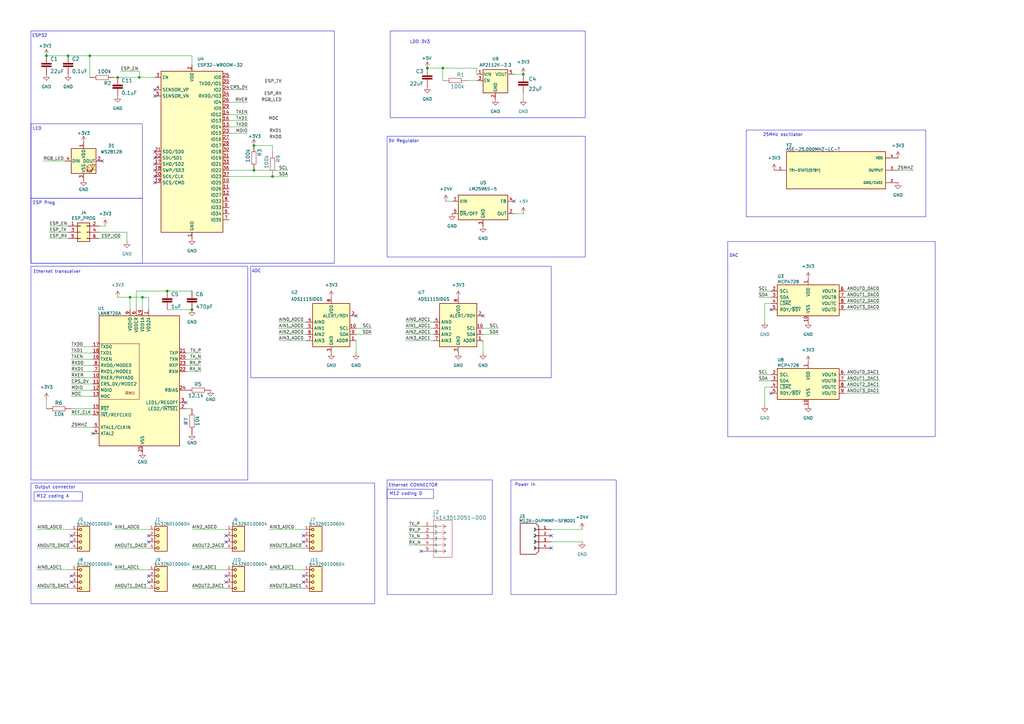
<source format=kicad_sch>
(kicad_sch (version 20231120) (generator "eeschema") (generator_version "8.0")
  (paper "A3")
  (junction (at 104.14 59.69))
  (junction (at 53.34 121.92))
  (junction (at 214.63 30.48))
  (junction (at 175.26 27.94))
  (junction (at 78.74 127))
  (junction (at 58.42 121.92))
  (junction (at 36.83 22.86))
  (junction (at 104.14 69.85))
  (junction (at 27.94 22.86))
  (junction (at 57.15 31.75))
  (junction (at 111.76 72.39))
  (junction (at 48.26 31.75))
  (junction (at 68.58 119.38))
  (junction (at 19.05 22.86))
  (junction (at 181.61 27.94))
  (no_connect (at 146.05 129.54))
  (no_connect (at 63.5 72.39))
  (no_connect (at 76.2 165.1))
  (no_connect (at 210.82 82.55))
  (no_connect (at 92.71 219.71))
  (no_connect (at 172.72 226.06))
  (no_connect (at 63.5 67.31))
  (no_connect (at 124.46 219.71))
  (no_connect (at 63.5 62.23))
  (no_connect (at 60.96 219.71))
  (no_connect (at 92.71 236.22))
  (no_connect (at 29.21 219.71))
  (no_connect (at 92.71 238.76))
  (no_connect (at 63.5 39.37))
  (no_connect (at 316.23 127))
  (no_connect (at 29.21 222.25))
  (no_connect (at 63.5 69.85))
  (no_connect (at 226.06 219.71))
  (no_connect (at 60.96 222.25))
  (no_connect (at 41.91 66.04))
  (no_connect (at 198.12 129.54))
  (no_connect (at 92.71 222.25))
  (no_connect (at 60.96 238.76))
  (no_connect (at 63.5 74.93))
  (no_connect (at 124.46 238.76))
  (no_connect (at 29.21 236.22))
  (no_connect (at 63.5 64.77))
  (no_connect (at 38.1 177.8))
  (no_connect (at 124.46 222.25))
  (no_connect (at 124.46 236.22))
  (no_connect (at 29.21 238.76))
  (no_connect (at 63.5 36.83))
  (no_connect (at 60.96 236.22))
  (no_connect (at 316.23 161.29))
  (no_connect (at 226.06 224.79))
  (wire (pts (xy 60.96 121.92) (xy 58.42 121.92)))
  (wire (pts (xy 181.61 27.94) (xy 195.58 27.94)))
  (wire (pts (xy 36.83 22.86) (xy 78.74 22.86)))
  (wire (pts (xy 104.14 69.85) (xy 118.11 69.85)))
  (wire (pts (xy 166.37 132.08) (xy 177.8 132.08)))
  (wire (pts (xy 346.71 127) (xy 360.68 127)))
  (wire (pts (xy 93.98 46.99) (xy 101.6 46.99)))
  (wire (pts (xy 346.71 124.46) (xy 360.68 124.46)))
  (wire (pts (xy 146.05 137.16) (xy 152.4 137.16)))
  (wire (pts (xy 311.15 119.38) (xy 316.23 119.38)))
  (wire (pts (xy 46.99 241.3) (xy 60.96 241.3)))
  (wire (pts (xy 346.71 161.29) (xy 360.68 161.29)))
  (wire (pts (xy 313.69 124.46) (xy 316.23 124.46)))
  (wire (pts (xy 29.21 152.4) (xy 38.1 152.4)))
  (wire (pts (xy 346.71 158.75) (xy 360.68 158.75)))
  (wire (pts (xy 15.24 233.68) (xy 29.21 233.68)))
  (wire (pts (xy 198.12 134.62) (xy 204.47 134.62)))
  (wire (pts (xy 15.24 224.79) (xy 29.21 224.79)))
  (wire (pts (xy 46.99 224.79) (xy 60.96 224.79)))
  (wire (pts (xy 167.64 220.98) (xy 172.72 220.98)))
  (wire (pts (xy 311.15 153.67) (xy 316.23 153.67)))
  (wire (pts (xy 57.15 29.21) (xy 57.15 31.75)))
  (wire (pts (xy 93.98 54.61) (xy 101.6 54.61)))
  (wire (pts (xy 114.3 134.62) (xy 125.73 134.62)))
  (wire (pts (xy 49.53 29.21) (xy 57.15 29.21)))
  (wire (pts (xy 60.96 127) (xy 60.96 121.92)))
  (wire (pts (xy 78.74 224.79) (xy 92.71 224.79)))
  (wire (pts (xy 29.21 154.94) (xy 38.1 154.94)))
  (wire (pts (xy 29.21 160.02) (xy 38.1 160.02)))
  (wire (pts (xy 167.64 215.9) (xy 172.72 215.9)))
  (wire (pts (xy 29.21 144.78) (xy 38.1 144.78)))
  (wire (pts (xy 311.15 121.92) (xy 316.23 121.92)))
  (wire (pts (xy 52.07 99.06) (xy 52.07 95.25)))
  (wire (pts (xy 198.12 137.16) (xy 204.47 137.16)))
  (wire (pts (xy 46.99 233.68) (xy 60.96 233.68)))
  (wire (pts (xy 76.2 149.86) (xy 82.55 149.86)))
  (wire (pts (xy 19.05 22.86) (xy 27.94 22.86)))
  (wire (pts (xy 29.21 170.18) (xy 38.1 170.18)))
  (wire (pts (xy 55.88 119.38) (xy 68.58 119.38)))
  (wire (pts (xy 175.26 27.94) (xy 181.61 27.94)))
  (wire (pts (xy 368.3 69.85) (xy 374.65 69.85)))
  (wire (pts (xy 167.64 223.52) (xy 172.72 223.52)))
  (wire (pts (xy 76.2 152.4) (xy 82.55 152.4)))
  (wire (pts (xy 53.34 121.92) (xy 53.34 127)))
  (wire (pts (xy 93.98 52.07) (xy 101.6 52.07)))
  (wire (pts (xy 48.26 121.92) (xy 53.34 121.92)))
  (wire (pts (xy 110.49 241.3) (xy 124.46 241.3)))
  (wire (pts (xy 210.82 30.48) (xy 214.63 30.48)))
  (wire (pts (xy 76.2 167.64) (xy 78.74 167.64)))
  (wire (pts (xy 20.32 97.79) (xy 27.94 97.79)))
  (wire (pts (xy 182.88 82.55) (xy 185.42 82.55)))
  (wire (pts (xy 78.74 233.68) (xy 92.71 233.68)))
  (wire (pts (xy 313.69 158.75) (xy 316.23 158.75)))
  (wire (pts (xy 27.94 22.86) (xy 36.83 22.86)))
  (wire (pts (xy 93.98 69.85) (xy 104.14 69.85)))
  (wire (pts (xy 93.98 36.83) (xy 101.6 36.83)))
  (wire (pts (xy 40.64 97.79) (xy 49.53 97.79)))
  (wire (pts (xy 93.98 72.39) (xy 111.76 72.39)))
  (wire (pts (xy 313.69 132.08) (xy 313.69 124.46)))
  (wire (pts (xy 111.76 72.39) (xy 118.11 72.39)))
  (wire (pts (xy 52.07 95.25) (xy 40.64 95.25)))
  (wire (pts (xy 20.32 92.71) (xy 27.94 92.71)))
  (wire (pts (xy 19.05 163.83) (xy 19.05 167.64)))
  (wire (pts (xy 93.98 41.91) (xy 101.6 41.91)))
  (wire (pts (xy 29.21 157.48) (xy 38.1 157.48)))
  (wire (pts (xy 20.32 95.25) (xy 27.94 95.25)))
  (wire (pts (xy 167.64 218.44) (xy 172.72 218.44)))
  (wire (pts (xy 114.3 137.16) (xy 125.73 137.16)))
  (wire (pts (xy 346.71 153.67) (xy 360.68 153.67)))
  (wire (pts (xy 78.74 217.17) (xy 92.71 217.17)))
  (wire (pts (xy 55.88 127) (xy 55.88 119.38)))
  (wire (pts (xy 191.77 33.02) (xy 195.58 33.02)))
  (wire (pts (xy 110.49 233.68) (xy 124.46 233.68)))
  (wire (pts (xy 114.3 132.08) (xy 125.73 132.08)))
  (wire (pts (xy 311.15 156.21) (xy 316.23 156.21)))
  (wire (pts (xy 166.37 139.7) (xy 177.8 139.7)))
  (wire (pts (xy 78.74 22.86) (xy 78.74 26.67)))
  (wire (pts (xy 29.21 147.32) (xy 38.1 147.32)))
  (wire (pts (xy 29.21 167.64) (xy 38.1 167.64)))
  (wire (pts (xy 346.71 156.21) (xy 360.68 156.21)))
  (wire (pts (xy 68.58 127) (xy 78.74 127)))
  (wire (pts (xy 181.61 27.94) (xy 181.61 33.02)))
  (wire (pts (xy 76.2 147.32) (xy 82.55 147.32)))
  (wire (pts (xy 166.37 134.62) (xy 177.8 134.62)))
  (wire (pts (xy 29.21 175.26) (xy 38.1 175.26)))
  (wire (pts (xy 58.42 127) (xy 58.42 121.92)))
  (wire (pts (xy 17.78 66.04) (xy 26.67 66.04)))
  (wire (pts (xy 36.83 22.86) (xy 36.83 31.75)))
  (wire (pts (xy 15.24 241.3) (xy 29.21 241.3)))
  (wire (pts (xy 46.99 31.75) (xy 48.26 31.75)))
  (wire (pts (xy 68.58 119.38) (xy 78.74 119.38)))
  (wire (pts (xy 57.15 31.75) (xy 63.5 31.75)))
  (wire (pts (xy 346.71 121.92) (xy 360.68 121.92)))
  (wire (pts (xy 15.24 217.17) (xy 29.21 217.17)))
  (wire (pts (xy 346.71 119.38) (xy 360.68 119.38)))
  (wire (pts (xy 104.14 59.69) (xy 111.76 59.69)))
  (wire (pts (xy 166.37 137.16) (xy 177.8 137.16)))
  (wire (pts (xy 226.06 217.17) (xy 238.76 217.17)))
  (wire (pts (xy 195.58 27.94) (xy 195.58 30.48)))
  (wire (pts (xy 114.3 139.7) (xy 125.73 139.7)))
  (wire (pts (xy 40.64 92.71) (xy 43.18 92.71)))
  (wire (pts (xy 29.21 149.86) (xy 38.1 149.86)))
  (wire (pts (xy 58.42 121.92) (xy 53.34 121.92)))
  (wire (pts (xy 48.26 31.75) (xy 57.15 31.75)))
  (wire (pts (xy 93.98 49.53) (xy 101.6 49.53)))
  (wire (pts (xy 111.76 59.69) (xy 111.76 62.23)))
  (wire (pts (xy 214.63 38.1) (xy 214.63 40.64)))
  (wire (pts (xy 226.06 222.25) (xy 238.76 222.25)))
  (wire (pts (xy 210.82 87.63) (xy 214.63 87.63)))
  (wire (pts (xy 46.99 217.17) (xy 60.96 217.17)))
  (wire (pts (xy 29.21 162.56) (xy 38.1 162.56)))
  (wire (pts (xy 313.69 166.37) (xy 313.69 158.75)))
  (wire (pts (xy 110.49 224.79) (xy 124.46 224.79)))
  (wire (pts (xy 146.05 139.7) (xy 146.05 144.78)))
  (wire (pts (xy 78.74 241.3) (xy 92.71 241.3)))
  (wire (pts (xy 110.49 217.17) (xy 124.46 217.17)))
  (wire (pts (xy 146.05 134.62) (xy 152.4 134.62)))
  (wire (pts (xy 76.2 144.78) (xy 82.55 144.78)))
  (wire (pts (xy 29.21 142.24) (xy 38.1 142.24)))
  (wire (pts (xy 198.12 139.7) (xy 198.12 144.78)))
  (rectangle (start 102.87 109.22) (end 226.06 154.94))
  (rectangle (start 12.7 50.8) (end 58.42 81.28))
  (rectangle (start 298.45 99.06) (end 383.54 179.07))
  (rectangle (start 209.55 196.85) (end 252.73 243.84))
  (rectangle (start 306.07 53.34) (end 379.73 88.9))
  (rectangle (start 160.02 12.7) (end 240.03 48.26))
  (rectangle (start 158.75 55.88) (end 240.03 105.41))
  (rectangle (start 12.7 81.28) (end 58.42 107.95))
  (rectangle (start 12.7 198.12) (end 153.67 247.65))
  (rectangle (start 12.7 109.22) (end 101.6 196.85))
  (rectangle (start 12.7 12.7) (end 137.16 107.95))
  (rectangle (start 158.75 196.85) (end 201.93 243.84))
  (text_box "M12 coding A" (at 13.97 201.676 0) (size 19.812 3.81) (effects (font (size 1.27 1.27)) (justify left top)))
  (text_box "M12 coding D" (at 158.75 200.66 0) (size 19.05 3.81) (effects (font (size 1.27 1.27)) (justify left top)))
  (text "5V Regulator" (at 165.608 57.912 0) (effects (font (size 1.27 1.27))))
  (text "LED\n" (at 15.24 52.832 0) (effects (font (size 1.27 1.27))))
  (text "Power in" (at 215.392 198.882 0) (effects (font (size 1.27 1.27))))
  (text "LDO 3V3" (at 172.212 17.272 0) (effects (font (size 1.27 1.27))))
  (text "Output connector" (at 22.606 199.898 0) (effects (font (size 1.27 1.27))))
  (text "Ethernet transceiver" (at 23.368 111.506 0) (effects (font (size 1.27 1.27))))
  (text "25MHz oscillator" (at 321.056 55.372 0) (effects (font (size 1.27 1.27))))
  (text "DAC" (at 300.99 104.902 0) (effects (font (size 1.27 1.27))))
  (text "Ethernet CONNECTOR" (at 169.418 199.136 0) (effects (font (size 1.27 1.27))))
  (text "ESP Prog" (at 18.034 83.312 0) (effects (font (size 1.27 1.27))))
  (text "ESP32" (at 16.256 14.732 0) (effects (font (size 1.27 1.27))))
  (text "ADC" (at 105.156 111.252 0) (effects (font (size 1.27 1.27))))
  (label "MDIO" (at 101.6 54.61 180))
  (label "TXD1" (at 101.6 49.53 180))
  (label "ANOUT2_DAC1" (at 360.68 158.75 180))
  (label "ANOUT3_DAC1" (at 110.49 241.3 0))
  (label "AIN1_ADC1" (at 46.99 233.68 0))
  (label "RX_P" (at 82.55 149.86 180))
  (label "ANOUT2_DAC1" (at 78.74 241.3 0))
  (label "TXD1" (at 29.21 144.78 0))
  (label "TXEN" (at 101.6 46.99 180))
  (label "AIN0_ADC0" (at 15.24 217.17 0))
  (label "AIN2_ADC1" (at 78.74 233.68 0))
  (label "SCL" (at 152.4 134.62 180))
  (label "AIN1_ADC1" (at 166.37 134.62 0))
  (label "SDA" (at 311.15 156.21 0))
  (label "SDA" (at 152.4 137.16 180))
  (label "ESP_RX" (at 115.57 39.37 180))
  (label "ESP_TX" (at 20.32 95.25 0))
  (label "TX_N" (at 167.64 220.98 0))
  (label "MDIO" (at 29.21 160.02 0))
  (label "TXEN" (at 29.21 147.32 0))
  (label "ESP_TX" (at 115.57 34.29 180))
  (label "SCL" (at 204.47 134.62 180))
  (label "TX_P" (at 167.64 215.9 0))
  (label "SCL" (at 118.11 69.85 180))
  (label "TXD0" (at 101.6 52.07 180))
  (label "TXD0" (at 29.21 142.24 0))
  (label "ANOUT0_DAC0" (at 360.68 119.38 180))
  (label "SCL" (at 311.15 153.67 0))
  (label "AIN2_ADC0" (at 114.3 137.16 0))
  (label "ANOUT1_DAC1" (at 46.99 241.3 0))
  (label "AIN2_ADC1" (at 166.37 137.16 0))
  (label "AIN3_ADC0" (at 114.3 139.7 0))
  (label "ANOUT3_DAC0" (at 360.68 127 180))
  (label "MDC" (at 29.21 162.56 0))
  (label "TX_N" (at 82.55 147.32 180))
  (label "ANOUT3_DAC0" (at 110.49 224.79 0))
  (label "AIN0_ADC1" (at 166.37 132.08 0))
  (label "AIN0_ADC1" (at 15.24 233.68 0))
  (label "AIN3_ADC1" (at 166.37 139.7 0))
  (label "RX_N" (at 167.64 223.52 0))
  (label "25MHZ" (at 29.21 175.26 0))
  (label "ESP_IO0" (at 49.53 97.79 180))
  (label "RXER" (at 29.21 154.94 0))
  (label "ESP_EN" (at 20.32 92.71 0))
  (label "REF_CLK" (at 29.21 170.18 0))
  (label "ANOUT0_DAC1" (at 360.68 153.67 180))
  (label "ANOUT3_DAC1" (at 360.68 161.29 180))
  (label "ANOUT0_DAC0" (at 15.24 224.79 0))
  (label "RXER" (at 101.6 41.91 180))
  (label "ANOUT1_DAC0" (at 46.99 224.79 0))
  (label "MDC" (at 114.3 49.53 180))
  (label "SDA" (at 118.11 72.39 180))
  (label "AIN1_ADC0" (at 46.99 217.17 0))
  (label "RX_N" (at 82.55 152.4 180))
  (label "AIN3_ADC1" (at 110.49 233.68 0))
  (label "AIN1_ADC0" (at 114.3 134.62 0))
  (label "RGB_LED" (at 17.78 66.04 0))
  (label "ANOUT2_DAC0" (at 360.68 124.46 180))
  (label "ANOUT1_DAC1" (at 360.68 156.21 180))
  (label "TX_P" (at 82.55 144.78 180))
  (label "ANOUT2_DAC0" (at 78.74 224.79 0))
  (label "RXD0" (at 29.21 149.86 0))
  (label "SDA" (at 204.47 137.16 180))
  (label "AIN3_ADC0" (at 110.49 217.17 0))
  (label "ANOUT1_DAC0" (at 360.68 121.92 180))
  (label "AIN0_ADC0" (at 114.3 132.08 0))
  (label "SCL" (at 311.15 119.38 0))
  (label "ESP_EN" (at 49.53 29.21 0))
  (label "RGB_LED" (at 115.57 41.91 180))
  (label "CRS_DV" (at 29.21 157.48 0))
  (label "25MHZ" (at 374.65 69.85 180))
  (label "RX_P" (at 167.64 218.44 0))
  (label "CRS_DV" (at 101.6 36.83 180))
  (label "AIN2_ADC0" (at 78.74 217.17 0))
  (label "RXD0" (at 115.57 57.15 180))
  (label "ANOUT0_DAC1" (at 15.24 241.3 0))
  (label "RXD1" (at 29.21 152.4 0))
  (label "SDA" (at 311.15 121.92 0))
  (label "RXD1" (at 115.57 54.61 180))
  (label "ESP_RX" (at 20.32 97.79 0))
  (symbol (lib_id "Connector_Generic:Conn_02x03_Odd_Even") (at 33.02 95.25 0) (unit 1)
    (property "Reference" "J4" (at 34.29 87.1982 0))
    (property "Value" "ESP_PROG" (at 34.29 89.5096 0))
    (property "Footprint" "custom_footprints:ESP-PROG" (effects (hide yes)))
  )
  (symbol (lib_id "power:GND") (at 86.36 160.02 0) (unit 1)
    (property "Reference" "#PWR012" (effects (hide yes)))
    (property "Value" "GND" (at 86.36 163.83 0))
    (property "Description" "Power symbol creates a global label with name \"GND\" , ground" (effects (hide yes)))
  )
  (symbol (lib_id "power:+24V") (at 182.88 82.55 0) (unit 1)
    (property "Reference" "#PWR024" (effects (hide yes)))
    (property "Value" "+24V" (at 182.88 77.47 0))
    (property "Description" "Power symbol creates a global label with name \"+24V\"" (effects (hide yes)))
  )
  (symbol (lib_id "power:+24V") (at 238.76 217.17 0) (unit 1)
    (property "Reference" "#PWR039" (effects (hide yes)))
    (property "Value" "+24V" (at 238.76 212.09 0))
    (property "Description" "Power symbol creates a global label with name \"+24V\"" (effects (hide yes)))
  )
  (symbol (lib_id "power:GND") (at 214.63 40.64 0) (unit 1)
    (property "Reference" "#PWR026" (effects (hide yes)))
    (property "Value" "GND" (at 214.63 45.72 0))
    (property "Description" "Power symbol creates a global label with name \"GND\" , ground" (effects (hide yes)))
  )
  (symbol (lib_id "SerialChiller-eagle-import:C-EUC1206") (at 175.26 30.48 0) (mirror y) (unit 1)
    (property "Reference" "C3" (at 173.736 30.099 0) (effects (font (size 1.4986 1.4986)) (justify left bottom)))
    (property "Value" "22uF" (at 173.736 35.179 0) (effects (font (size 1.4986 1.4986)) (justify left bottom)))
    (property "Footprint" "Capacitor_SMD:C_0603_1608Metric" (effects (hide yes)))
  )
  (symbol (lib_id "643260100604:643260100604") (at 34.29 219.71 0) (unit 1)
    (property "Reference" "J5" (at 31.75 213.106 0) (effects (justify left)))
    (property "Value" "643260100604" (at 31.496 214.884 0) (effects (justify left)))
    (property "Footprint" "643260100604:643260100604" (effects (hide yes)))
    (property "MF" "Wurth Elektronik" (effects (hide yes)))
    (property "Description_1" "Panel PCB Metal Straight with Panel Nut PG9 Thread Gold Plating Female connector, polarity 4" (effects (hide yes)))
    (property "Package" "None" (effects (hide yes)))
    (property "Price" "None" (effects (hide yes)))
    (property "SnapEDA_Link" "https://www.snapeda.com/parts/643260100604/Wurth+Electronics/view-part/?ref=snap" (effects (hide yes)))
    (property "MP" "643260100604" (effects (hide yes)))
    (property "Availability" "In Stock" (effects (hide yes)))
    (property "Check_prices" "https://www.snapeda.com/parts/643260100604/Wurth+Electronics/view-part/?ref=eda" (effects (hide yes)))
  )
  (symbol (lib_id "power:+3V3") (at 368.3 64.77 0) (unit 1)
    (property "Reference" "#PWR020" (effects (hide yes)))
    (property "Value" "+3V3" (at 368.3 59.69 0))
    (property "Description" "Power symbol creates a global label with name \"+3V3\"" (effects (hide yes)))
  )
  (symbol (lib_id "SerialChiller-eagle-import:R-EU_R0603") (at 78.74 172.72 90) (mirror x) (unit 1)
    (property "Reference" "R7" (at 77.216 171.196 0) (effects (font (size 1.4986 1.4986)) (justify left bottom)))
    (property "Value" "10k" (at 81.788 170.434 0) (effects (font (size 1.4986 1.4986)) (justify left bottom)))
    (property "Footprint" "Resistor_SMD:R_0603_1608Metric" (effects (hide yes)))
  )
  (symbol (lib_id "power:GND") (at 78.74 177.8 0) (unit 1)
    (property "Reference" "#PWR015" (effects (hide yes)))
    (property "Value" "GND" (at 78.74 181.61 0))
    (property "Description" "Power symbol creates a global label with name \"GND\" , ground" (effects (hide yes)))
  )
  (symbol (lib_id "SerialChiller-eagle-import:R-EU_R0603") (at 24.13 167.64 0) (mirror y) (unit 1)
    (property "Reference" "R6" (at 25.654 166.116 0) (effects (font (size 1.4986 1.4986)) (justify left bottom)))
    (property "Value" "10k" (at 26.416 170.688 0) (effects (font (size 1.4986 1.4986)) (justify left bottom)))
    (property "Footprint" "Resistor_SMD:R_0603_1608Metric" (effects (hide yes)))
  )
  (symbol (lib_id "power:+3V3") (at 104.14 59.69 0) (unit 1)
    (property "Reference" "#PWR029" (effects (hide yes)))
    (property "Value" "+3V3" (at 104.394 55.88 0))
    (property "Description" "Power symbol creates a global label with name \"+3V3\"" (effects (hide yes)))
  )
  (symbol (lib_id "643260100604:643260100604") (at 97.79 219.71 0) (unit 1)
    (property "Reference" "J6" (at 95.25 213.106 0) (effects (justify left)))
    (property "Value" "643260100604" (at 94.996 214.884 0) (effects (justify left)))
    (property "Footprint" "643260100604:643260100604" (effects (hide yes)))
    (property "MF" "Wurth Elektronik" (effects (hide yes)))
    (property "Description_1" "Panel PCB Metal Straight with Panel Nut PG9 Thread Gold Plating Female connector, polarity 4" (effects (hide yes)))
    (property "Package" "None" (effects (hide yes)))
    (property "Price" "None" (effects (hide yes)))
    (property "SnapEDA_Link" "https://www.snapeda.com/parts/643260100604/Wurth+Electronics/view-part/?ref=snap" (effects (hide yes)))
    (property "MP" "643260100604" (effects (hide yes)))
    (property "Availability" "In Stock" (effects (hide yes)))
    (property "Check_prices" "https://www.snapeda.com/parts/643260100604/Wurth+Electronics/view-part/?ref=eda" (effects (hide yes)))
  )
  (symbol (lib_id "643260100604:643260100604") (at 97.79 236.22 0) (unit 1)
    (property "Reference" "J10" (at 95.25 229.616 0) (effects (justify left)))
    (property "Value" "643260100604" (at 94.996 231.394 0) (effects (justify left)))
    (property "Footprint" "643260100604:643260100604" (effects (hide yes)))
    (property "MF" "Wurth Elektronik" (effects (hide yes)))
    (property "Description_1" "Panel PCB Metal Straight with Panel Nut PG9 Thread Gold Plating Female connector, polarity 4" (effects (hide yes)))
    (property "Package" "None" (effects (hide yes)))
    (property "Price" "None" (effects (hide yes)))
    (property "SnapEDA_Link" "https://www.snapeda.com/parts/643260100604/Wurth+Electronics/view-part/?ref=snap" (effects (hide yes)))
    (property "MP" "643260100604" (effects (hide yes)))
    (property "Availability" "In Stock" (effects (hide yes)))
    (property "Check_prices" "https://www.snapeda.com/parts/643260100604/Wurth+Electronics/view-part/?ref=eda" (effects (hide yes)))
  )
  (symbol (lib_id "power:GND") (at 58.42 185.42 0) (unit 1)
    (property "Reference" "#PWR05" (effects (hide yes)))
    (property "Value" "GND" (at 58.42 189.484 0))
    (property "Description" "Power symbol creates a global label with name \"GND\" , ground" (effects (hide yes)))
  )
  (symbol (lib_id "SerialChiller-eagle-import:C-EUC1206") (at 68.58 121.92 0) (unit 1)
    (property "Reference" "C5" (at 70.104 121.539 0) (effects (font (size 1.4986 1.4986)) (justify left bottom)))
    (property "Value" "1uF" (at 70.104 126.619 0) (effects (font (size 1.4986 1.4986)) (justify left bottom)))
    (property "Footprint" "Capacitor_SMD:C_0603_1608Metric" (effects (hide yes)))
  )
  (symbol (lib_id "power:GND") (at 368.3 74.93 0) (unit 1)
    (property "Reference" "#PWR031" (effects (hide yes)))
    (property "Value" "GND" (at 368.3 80.01 0))
    (property "Description" "Power symbol creates a global label with name \"GND\" , ground" (effects (hide yes)))
  )
  (symbol (lib_id "Regulator_Linear:AP2112K-3.3") (at 203.2 33.02 0) (unit 1)
    (property "Reference" "U9" (at 203.2 24.13 0))
    (property "Value" "AP2112K-3.3" (at 203.2 26.67 0))
    (property "Footprint" "Package_TO_SOT_SMD:SOT-23-5" (effects (hide yes)))
    (property "Datasheet" "https://www.diodes.com/assets/Datasheets/AP2112.pdf" (effects (hide yes)))
    (property "Description" "600mA low dropout linear regulator, with enable pin, 3.8V-6V input voltage range, 3.3V fixed positive output, SOT-23-5" (effects (hide yes)))
  )
  (symbol (lib_id "643260100604:643260100604") (at 34.29 236.22 0) (unit 1)
    (property "Reference" "J8" (at 31.75 229.616 0) (effects (justify left)))
    (property "Value" "643260100604" (at 31.496 231.394 0) (effects (justify left)))
    (property "Footprint" "643260100604:643260100604" (effects (hide yes)))
    (property "MF" "Wurth Elektronik" (effects (hide yes)))
    (property "Description_1" "Panel PCB Metal Straight with Panel Nut PG9 Thread Gold Plating Female connector, polarity 4" (effects (hide yes)))
    (property "Package" "None" (effects (hide yes)))
    (property "Price" "None" (effects (hide yes)))
    (property "SnapEDA_Link" "https://www.snapeda.com/parts/643260100604/Wurth+Electronics/view-part/?ref=snap" (effects (hide yes)))
    (property "MP" "643260100604" (effects (hide yes)))
    (property "Availability" "In Stock" (effects (hide yes)))
    (property "Check_prices" "https://www.snapeda.com/parts/643260100604/Wurth+Electronics/view-part/?ref=eda" (effects (hide yes)))
  )
  (symbol (lib_id "Analog_DAC:MCP4728") (at 331.47 156.21 0) (unit 1)
    (property "Reference" "U8" (at 318.77 147.574 0) (effects (justify left)))
    (property "Value" "MCP4728" (at 318.77 149.86 0) (effects (justify left)))
    (property "Footprint" "Package_SO:MSOP-10_3x3mm_P0.5mm" (effects (hide yes)))
    (property "Datasheet" "http://ww1.microchip.com/downloads/en/DeviceDoc/22187E.pdf" (effects (hide yes)))
    (property "Description" "12-bit digital to analog converter, quad output, 2.048V internal reference, integrated EEPROM, I2C interface" (effects (hide yes)))
  )
  (symbol (lib_id "M12A-04PMMP-SF8001:M12A-04PMMP-SF8001") (at 220.98 227.33 0) (unit 1)
    (property "Reference" "J3" (at 214.122 211.836 0))
    (property "Value" "M12A-04PMMP-SF8001" (at 224.536 213.614 0))
    (property "Footprint" "M12A-04PMMP-SF8001:AMPHENOL_M12A-04PMMP-SF8001" (effects (hide yes)))
    (property "DigiKey_Part_Number" "4995-M12A-04PMMP-SF8001-ND" (effects (hide yes)))
    (property "SnapEDA_Link" "https://www.snapeda.com/parts/M12A-04PMMP-SF8001/Amphenol/view-part/?ref=snap" (effects (hide yes)))
    (property "MAXIMUM_PACKAGE_HEIGHT" "26.00mm" (effects (hide yes)))
    (property "Package" "None" (effects (hide yes)))
    (property "Check_prices" "https://www.snapeda.com/parts/M12A-04PMMP-SF8001/Amphenol/view-part/?ref=eda" (effects (hide yes)))
    (property "STANDARD" "Manufacturer Recommendations" (effects (hide yes)))
    (property "PARTREV" "I" (effects (hide yes)))
    (property "MF" "Amphenol LTW" (effects (hide yes)))
    (property "MP" "M12A-04PMMP-SF8001" (effects (hide yes)))
    (property "Description_1" "\n                        \n                            Connector,M12 PANEL PCB CONN 4PIN M CONN M PIN | Amphenol LTW Technology M12A-04PMMP-SF8001\n                        \n" (effects (hide yes)))
    (property "MANUFACTURER" "Amphenol LTW" (effects (hide yes)))
    (property "SNAPEDA_PN" "M12A-04PMMP-SF8001" (effects (hide yes)))
  )
  (symbol (lib_id "power:+3V3") (at 187.96 121.92 0) (unit 1)
    (property "Reference" "#PWR03" (effects (hide yes)))
    (property "Value" "+3V3" (at 187.96 116.84 0))
    (property "Description" "Power symbol creates a global label with name \"+3V3\"" (effects (hide yes)))
  )
  (symbol (lib_id "643260100604:643260100604") (at 66.04 236.22 0) (unit 1)
    (property "Reference" "J9" (at 63.5 229.616 0) (effects (justify left)))
    (property "Value" "643260100604" (at 63.246 231.394 0) (effects (justify left)))
    (property "Footprint" "643260100604:643260100604" (effects (hide yes)))
    (property "MF" "Wurth Elektronik" (effects (hide yes)))
    (property "Description_1" "Panel PCB Metal Straight with Panel Nut PG9 Thread Gold Plating Female connector, polarity 4" (effects (hide yes)))
    (property "Package" "None" (effects (hide yes)))
    (property "Price" "None" (effects (hide yes)))
    (property "SnapEDA_Link" "https://www.snapeda.com/parts/643260100604/Wurth+Electronics/view-part/?ref=snap" (effects (hide yes)))
    (property "MP" "643260100604" (effects (hide yes)))
    (property "Availability" "In Stock" (effects (hide yes)))
    (property "Check_prices" "https://www.snapeda.com/parts/643260100604/Wurth+Electronics/view-part/?ref=eda" (effects (hide yes)))
  )
  (symbol (lib_id "power:+3V3") (at 43.18 92.71 0) (unit 1)
    (property "Reference" "#PWR027" (effects (hide yes)))
    (property "Value" "+3V3" (at 43.18 87.63 0))
    (property "Description" "Power symbol creates a global label with name \"+3V3\"" (effects (hide yes)))
  )
  (symbol (lib_id "power:GND") (at 78.74 97.79 0) (unit 1)
    (property "Reference" "#PWR022" (effects (hide yes)))
    (property "Value" "GND" (at 78.74 102.87 0))
    (property "Description" "Power symbol creates a global label with name \"GND\" , ground" (effects (hide yes)))
  )
  (symbol (lib_id "power:GND") (at 313.69 132.08 0) (unit 1)
    (property "Reference" "#PWR013" (effects (hide yes)))
    (property "Value" "GND" (at 313.69 137.16 0))
    (property "Description" "Power symbol creates a global label with name \"GND\" , ground" (effects (hide yes)))
  )
  (symbol (lib_id "power:GND") (at 198.12 144.78 0) (unit 1)
    (property "Reference" "#PWR09" (effects (hide yes)))
    (property "Value" "GND" (at 198.12 149.86 0))
    (property "Description" "Power symbol creates a global label with name \"GND\" , ground" (effects (hide yes)))
  )
  (symbol (lib_id "643260100604:643260100604") (at 129.54 219.71 0) (unit 1)
    (property "Reference" "J7" (at 127 213.106 0) (effects (justify left)))
    (property "Value" "643260100604" (at 126.746 214.884 0) (effects (justify left)))
    (property "Footprint" "643260100604:643260100604" (effects (hide yes)))
    (property "MF" "Wurth Elektronik" (effects (hide yes)))
    (property "Description_1" "Panel PCB Metal Straight with Panel Nut PG9 Thread Gold Plating Female connector, polarity 4" (effects (hide yes)))
    (property "Package" "None" (effects (hide yes)))
    (property "Price" "None" (effects (hide yes)))
    (property "SnapEDA_Link" "https://www.snapeda.com/parts/643260100604/Wurth+Electronics/view-part/?ref=snap" (effects (hide yes)))
    (property "MP" "643260100604" (effects (hide yes)))
    (property "Availability" "In Stock" (effects (hide yes)))
    (property "Check_prices" "https://www.snapeda.com/parts/643260100604/Wurth+Electronics/view-part/?ref=eda" (effects (hide yes)))
  )
  (symbol (lib_id "power:+3V3") (at 331.47 114.3 0) (unit 1)
    (property "Reference" "#PWR019" (effects (hide yes)))
    (property "Value" "+3V3" (at 331.47 109.22 0))
    (property "Description" "Power symbol creates a global label with name \"+3V3\"" (effects (hide yes)))
  )
  (symbol (lib_id "RF_Module:ESP32-WROOM-32") (at 78.74 62.23 0) (unit 1)
    (property "Reference" "U4" (at 80.9341 24.13 0) (effects (justify left)))
    (property "Value" "ESP32-WROOM-32" (at 80.9341 26.67 0) (effects (justify left)))
    (property "Footprint" "RF_Module:ESP32-WROOM-32" (effects (hide yes)))
    (property "Datasheet" "https://www.espressif.com/sites/default/files/documentation/esp32-wroom-32_datasheet_en.pdf" (effects (hide yes)))
    (property "Description" "RF Module, ESP32-D0WDQ6 SoC, Wi-Fi 802.11b/g/n, Bluetooth, BLE, 32-bit, 2.7-3.6V, onboard antenna, SMD" (effects (hide yes)))
  )
  (symbol (lib_id "SerialChiller-eagle-import:C-EUC1206") (at 214.63 33.02 0) (mirror y) (unit 1)
    (property "Reference" "C4" (at 219.964 33.274 0) (effects (font (size 1.4986 1.4986)) (justify left bottom)))
    (property "Value" "22uF" (at 222.504 37.338 0) (effects (font (size 1.4986 1.4986)) (justify left bottom)))
    (property "Footprint" "Capacitor_SMD:C_0603_1608Metric" (effects (hide yes)))
  )
  (symbol (lib_id "SerialChiller-eagle-import:R-EU_R0603") (at 104.14 64.77 270) (unit 1)
    (property "Reference" "R3" (at 105.6386 60.96 0) (effects (font (size 1.4986 1.4986)) (justify left bottom)))
    (property "Value" "100k" (at 100.838 60.96 0) (effects (font (size 1.4986 1.4986)) (justify left bottom)))
    (property "Footprint" "Resistor_SMD:R_0603_1608Metric" (effects (hide yes)))
  )
  (symbol (lib_id "SerialChiller-eagle-import:R-EU_R0603") (at 111.76 67.31 270) (unit 1)
    (property "Reference" "R9" (at 113.2586 63.5 0) (effects (font (size 1.4986 1.4986)) (justify left bottom)))
    (property "Value" "100k" (at 108.458 63.5 0) (effects (font (size 1.4986 1.4986)) (justify left bottom)))
    (property "Footprint" "Resistor_SMD:R_0603_1608Metric" (effects (hide yes)))
  )
  (symbol (lib_id "power:+3V3") (at 48.26 121.92 0) (unit 1)
    (property "Reference" "#PWR021" (effects (hide yes)))
    (property "Value" "+3V3" (at 48.26 116.84 0))
    (property "Description" "Power symbol creates a global label with name \"+3V3\"" (effects (hide yes)))
  )
  (symbol (lib_id "SerialChiller-eagle-import:C-EUC1206") (at 78.74 121.92 0) (unit 1)
    (property "Reference" "C6" (at 80.264 121.539 0) (effects (font (size 1.4986 1.4986)) (justify left bottom)))
    (property "Value" "470pF" (at 80.264 126.619 0) (effects (font (size 1.4986 1.4986)) (justify left bottom)))
    (property "Footprint" "Capacitor_SMD:C_0603_1608Metric" (effects (hide yes)))
  )
  (symbol (lib_id "power:GND") (at 135.89 144.78 0) (unit 1)
    (property "Reference" "#PWR01" (effects (hide yes)))
    (property "Value" "GND" (at 135.89 149.86 0))
    (property "Description" "Power symbol creates a global label with name \"GND\" , ground" (effects (hide yes)))
  )
  (symbol (lib_id "power:GND") (at 48.26 39.37 0) (unit 1)
    (property "Reference" "#PWR018" (effects (hide yes)))
    (property "Value" "GND" (at 48.26 44.45 0))
    (property "Description" "Power symbol creates a global label with name \"GND\" , ground" (effects (hide yes)))
  )
  (symbol (lib_id "power:GND") (at 78.74 127 0) (unit 1)
    (property "Reference" "#PWR032" (effects (hide yes)))
    (property "Value" "GND" (at 78.74 132.08 0))
    (property "Description" "Power symbol creates a global label with name \"GND\" , ground" (effects (hide yes)))
  )
  (symbol (lib_id "power:+5V") (at 175.26 27.94 0) (unit 1)
    (property "Reference" "#PWR06" (effects (hide yes)))
    (property "Value" "+5V" (at 175.006 23.876 0))
    (property "Description" "Power symbol creates a global label with name \"+5V\"" (effects (hide yes)))
  )
  (symbol (lib_id "Analog_ADC:ADS1115IDGS") (at 187.96 134.62 0) (unit 1)
    (property "Reference" "U7" (at 171.45 119.888 0) (effects (justify left)))
    (property "Value" "ADS1115IDGS" (at 171.45 122.682 0) (effects (justify left)))
    (property "Footprint" "Package_SO:TSSOP-10_3x3mm_P0.5mm" (effects (hide yes)))
    (property "Datasheet" "http://www.ti.com/lit/ds/symlink/ads1113.pdf" (effects (hide yes)))
    (property "Description" "Ultra-Small, Low-Power, I2C-Compatible, 860-SPS, 16-Bit ADCs With Internal Reference, Oscillator, and Programmable Comparator, VSSOP-10" (effects (hide yes)))
  )
  (symbol (lib_id "power:GND") (at 34.29 73.66 0) (unit 1)
    (property "Reference" "#PWR042" (effects (hide yes)))
    (property "Value" "GND" (at 34.29 77.724 0))
    (property "Description" "Power symbol creates a global label with name \"GND\" , ground" (effects (hide yes)))
  )
  (symbol (lib_id "power:GND") (at 203.2 40.64 0) (unit 1)
    (property "Reference" "#PWR023" (effects (hide yes)))
    (property "Value" "GND" (at 203.2 45.72 0))
    (property "Description" "Power symbol creates a global label with name \"GND\" , ground" (effects (hide yes)))
  )
  (symbol (lib_id "SerialChiller-eagle-import:C-EUC0603") (at 27.94 25.4 0) (unit 1)
    (property "Reference" "C2" (at 29.464 25.019 0) (effects (font (size 1.4986 1.4986)) (justify left bottom)))
    (property "Value" "0.1uF" (at 29.464 30.099 0) (effects (font (size 1.4986 1.4986)) (justify left bottom)))
    (property "Footprint" "Capacitor_SMD:C_0402_1005Metric" (effects (hide yes)))
  )
  (symbol (lib_id "ASE-25.000MHZ-LC-T:ASE-25.000MHZ-LC-T") (at 342.9 69.85 0) (unit 1)
    (property "Reference" "Y2" (at 323.596 59.436 0))
    (property "Value" "ASE-25.000MHZ-LC-T" (at 333.502 61.214 0))
    (property "Footprint" "ASE-25.000MHZ-LC-T:XTAL_ASE-25.000MHZ-LC-T" (effects (hide yes)))
    (property "MF" "Abracon LLC" (effects (hide yes)))
    (property "MAXIMUM_PACKAGE_HEIGHT" "1.2 mm" (effects (hide yes)))
    (property "Package" "SMD-4 Abracon LLC" (effects (hide yes)))
    (property "Price" "None" (effects (hide yes)))
    (property "Check_prices" "https://www.snapeda.com/parts/ASE-25.000MHZ-LC-T/Abracon/view-part/?ref=eda" (effects (hide yes)))
    (property "STANDARD" "Manufacturer Recommendations" (effects (hide yes)))
    (property "PARTREV" "02-18-22" (effects (hide yes)))
    (property "SnapEDA_Link" "https://www.snapeda.com/parts/ASE-25.000MHZ-LC-T/Abracon/view-part/?ref=snap" (effects (hide yes)))
    (property "MP" "ASE-25.000MHZ-LC-T" (effects (hide yes)))
    (property "Description_1" "\n                        \n                            25 MHz XO (Standard) CMOS Oscillator 3.3V Enable/Disable 4-SMD, No Lead\n                        \n" (effects (hide yes)))
    (property "MANUFACTURER" "Abracon" (effects (hide yes)))
    (property "Availability" "In Stock" (effects (hide yes)))
    (property "SNAPEDA_PN" "ASE-25.000MHZ-LC-T" (effects (hide yes)))
  )
  (symbol (lib_id "SerialChiller-eagle-import:C-EUC1206") (at 19.05 25.4 0) (unit 1)
    (property "Reference" "C1" (at 20.574 25.019 0) (effects (font (size 1.4986 1.4986)) (justify left bottom)))
    (property "Value" "22uF" (at 20.574 30.099 0) (effects (font (size 1.4986 1.4986)) (justify left bottom)))
    (property "Footprint" "Capacitor_SMD:C_0603_1608Metric" (effects (hide yes)))
  )
  (symbol (lib_id "power:GND") (at 313.69 166.37 0) (unit 1)
    (property "Reference" "#PWR030" (effects (hide yes)))
    (property "Value" "GND" (at 313.69 171.45 0))
    (property "Description" "Power symbol creates a global label with name \"GND\" , ground" (effects (hide yes)))
  )
  (symbol (lib_id "power:GND") (at 27.94 30.48 0) (unit 1)
    (property "Reference" "#PWR011" (effects (hide yes)))
    (property "Value" "GND" (at 27.94 35.56 0))
    (property "Description" "Power symbol creates a global label with name \"GND\" , ground" (effects (hide yes)))
  )
  (symbol (lib_id "power:GND") (at 146.05 144.78 0) (unit 1)
    (property "Reference" "#PWR02" (effects (hide yes)))
    (property "Value" "GND" (at 146.05 149.86 0))
    (property "Description" "Power symbol creates a global label with name \"GND\" , ground" (effects (hide yes)))
  )
  (symbol (lib_id "2025-06-20_15-31-17:T4143512051-000") (at 172.72 215.9 0) (unit 1)
    (property "Reference" "J2" (at 177.292 210.058 0) (effects (font (size 1.524 1.524)) (justify left)))
    (property "Value" "T4143512051-000" (at 177.292 212.344 0) (effects (font (size 1.524 1.524)) (justify left)))
    (property "Footprint" "CONN5_T4143512051" (effects (hide yes)))
    (property "Datasheet" "T4143512051-000" (effects (hide yes)))
  )
  (symbol (lib_id "power:GND") (at 331.47 132.08 0) (unit 1)
    (property "Reference" "#PWR014" (effects (hide yes)))
    (property "Value" "GND" (at 331.47 137.16 0))
    (property "Description" "Power symbol creates a global label with name \"GND\" , ground" (effects (hide yes)))
  )
  (symbol (lib_id "power:GND") (at 331.47 166.37 0) (unit 1)
    (property "Reference" "#PWR038" (effects (hide yes)))
    (property "Value" "GND" (at 331.47 171.45 0))
    (property "Description" "Power symbol creates a global label with name \"GND\" , ground" (effects (hide yes)))
  )
  (symbol (lib_id "643260100604:643260100604") (at 66.04 219.71 0) (unit 1)
    (property "Reference" "J1" (at 63.5 213.106 0) (effects (justify left)))
    (property "Value" "643260100604" (at 63.246 214.884 0) (effects (justify left)))
    (property "Footprint" "643260100604:643260100604" (effects (hide yes)))
    (property "MF" "Wurth Elektronik" (effects (hide yes)))
    (property "Description_1" "Panel PCB Metal Straight with Panel Nut PG9 Thread Gold Plating Female connector, polarity 4" (effects (hide yes)))
    (property "Package" "None" (effects (hide yes)))
    (property "Price" "None" (effects (hide yes)))
    (property "SnapEDA_Link" "https://www.snapeda.com/parts/643260100604/Wurth+Electronics/view-part/?ref=snap" (effects (hide yes)))
    (property "MP" "643260100604" (effects (hide yes)))
    (property "Availability" "In Stock" (effects (hide yes)))
    (property "Check_prices" "https://www.snapeda.com/parts/643260100604/Wurth+Electronics/view-part/?ref=eda" (effects (hide yes)))
  )
  (symbol (lib_id "power:GND") (at 52.07 99.06 0) (unit 1)
    (property "Reference" "#PWR028" (effects (hide yes)))
    (property "Value" "GND" (at 52.07 104.14 0))
    (property "Description" "Power symbol creates a global label with name \"GND\" , ground" (effects (hide yes)))
  )
  (symbol (lib_id "power:GND") (at 187.96 144.78 0) (unit 1)
    (property "Reference" "#PWR04" (effects (hide yes)))
    (property "Value" "GND" (at 187.96 149.86 0))
    (property "Description" "Power symbol creates a global label with name \"GND\" , ground" (effects (hide yes)))
  )
  (symbol (lib_id "power:+3V3") (at 34.29 58.42 0) (unit 1)
    (property "Reference" "#PWR041" (effects (hide yes)))
    (property "Value" "+3V3" (at 34.29 54.61 0))
    (property "Description" "Power symbol creates a global label with name \"+3V3\"" (effects (hide yes)))
  )
  (symbol (lib_id "SerialChiller-eagle-import:R-EU_R0603") (at 186.69 33.02 0) (mirror y) (unit 1)
    (property "Reference" "R1" (at 190.5 31.5214 0) (effects (font (size 1.4986 1.4986)) (justify left bottom)))
    (property "Value" "100k" (at 190.5 36.322 0) (effects (font (size 1.4986 1.4986)) (justify left bottom)))
    (property "Footprint" "Resistor_SMD:R_0603_1608Metric" (effects (hide yes)))
  )
  (symbol (lib_id "power:+3V3") (at 317.5 69.85 0) (unit 1)
    (property "Reference" "#PWR036" (effects (hide yes)))
    (property "Value" "+3V3" (at 317.5 64.77 0))
    (property "Description" "Power symbol creates a global label with name \"+3V3\"" (effects (hide yes)))
  )
  (symbol (lib_id "Interface_Ethernet:LAN8720A") (at 58.42 157.48 0) (unit 1)
    (property "Reference" "U1" (at 40.132 126.492 0) (effects (justify left)))
    (property "Value" "LAN8720A" (at 40.132 128.524 0) (effects (justify left)))
    (property "Footprint" "Package_DFN_QFN:VQFN-24-1EP_4x4mm_P0.5mm_EP2.5x2.5mm_ThermalVias" (effects (hide yes)))
    (property "Datasheet" "http://ww1.microchip.com/downloads/en/DeviceDoc/8720a.pdf" (effects (hide yes)))
    (property "Description" "LAN8720 Ethernet PHY with RMII interface, QFN-24" (effects (hide yes)))
  )
  (symbol (lib_id "Regulator_Switching:LM2596S-5") (at 198.12 85.09 0) (unit 1)
    (property "Reference" "U5" (at 198.12 74.93 0))
    (property "Value" "LM2596S-5" (at 198.12 77.47 0))
    (property "Footprint" "Package_TO_SOT_SMD:TO-263-5_TabPin3" (effects (hide yes)))
    (property "Datasheet" "http://www.ti.com/lit/ds/symlink/lm2596.pdf" (effects (hide yes)))
    (property "Description" "5V 3A Step-Down Voltage Regulator, TO-263" (effects (hide yes)))
  )
  (symbol (lib_id "power:+3V3") (at 331.47 148.59 0) (unit 1)
    (property "Reference" "#PWR037" (effects (hide yes)))
    (property "Value" "+3V3" (at 331.47 143.51 0))
    (property "Description" "Power symbol creates a global label with name \"+3V3\"" (effects (hide yes)))
  )
  (symbol (lib_id "SerialChiller-eagle-import:R-EU_R0603") (at 81.28 160.02 0) (mirror y) (unit 1)
    (property "Reference" "R5" (at 82.804 158.496 0) (effects (font (size 1.4986 1.4986)) (justify left bottom)))
    (property "Value" "12.1k" (at 83.566 163.068 0) (effects (font (size 1.4986 1.4986)) (justify left bottom)))
    (property "Footprint" "Resistor_SMD:R_0603_1608Metric" (effects (hide yes)))
  )
  (symbol (lib_id "power:+3V3") (at 19.05 22.86 0) (unit 1)
    (property "Reference" "#PWR08" (effects (hide yes)))
    (property "Value" "+3V3" (at 18.542 18.796 0))
    (property "Description" "Power symbol creates a global label with name \"+3V3\"" (effects (hide yes)))
  )
  (symbol (lib_id "power:GND") (at 185.42 87.63 0) (unit 1)
    (property "Reference" "#PWR033" (effects (hide yes)))
    (property "Value" "GND" (at 185.42 92.71 0))
    (property "Description" "Power symbol creates a global label with name \"GND\" , ground" (effects (hide yes)))
  )
  (symbol (lib_id "power:GND") (at 19.05 30.48 0) (unit 1)
    (property "Reference" "#PWR010" (effects (hide yes)))
    (property "Value" "GND" (at 19.05 35.56 0))
    (property "Description" "Power symbol creates a global label with name \"GND\" , ground" (effects (hide yes)))
  )
  (symbol (lib_id "643260100604:643260100604") (at 129.54 236.22 0) (unit 1)
    (property "Reference" "J11" (at 127 229.616 0) (effects (justify left)))
    (property "Value" "643260100604" (at 126.746 231.394 0) (effects (justify left)))
    (property "Footprint" "643260100604:643260100604" (effects (hide yes)))
    (property "MF" "Wurth Elektronik" (effects (hide yes)))
    (property "Description_1" "Panel PCB Metal Straight with Panel Nut PG9 Thread Gold Plating Female connector, polarity 4" (effects (hide yes)))
    (property "Package" "None" (effects (hide yes)))
    (property "Price" "None" (effects (hide yes)))
    (property "SnapEDA_Link" "https://www.snapeda.com/parts/643260100604/Wurth+Electronics/view-part/?ref=snap" (effects (hide yes)))
    (property "MP" "643260100604" (effects (hide yes)))
    (property "Availability" "In Stock" (effects (hide yes)))
    (property "Check_prices" "https://www.snapeda.com/parts/643260100604/Wurth+Electronics/view-part/?ref=eda" (effects (hide yes)))
  )
  (symbol (lib_id "LED:WS2812B") (at 34.29 66.04 0) (unit 1)
    (property "Reference" "D1" (at 45.72 59.7214 0))
    (property "Value" "WS2812B" (at 45.72 62.2614 0))
    (property "Footprint" "LED_SMD:LED_WS2812B_PLCC4_5.0x5.0mm_P3.2mm" (effects (hide yes)))
    (property "Datasheet" "https://cdn-shop.adafruit.com/datasheets/WS2812B.pdf" (effects (hide yes)))
    (property "Description" "RGB LED with integrated controller" (effects (hide yes)))
  )
  (symbol (lib_id "power:GND") (at 238.76 222.25 0) (unit 1)
    (property "Reference" "#PWR040" (effects (hide yes)))
    (property "Value" "GND" (at 238.76 227.33 0))
    (property "Description" "Power symbol creates a global label with name \"GND\" , ground" (effects (hide yes)))
  )
  (symbol (lib_id "power:+3V3") (at 135.89 121.92 0) (unit 1)
    (property "Reference" "#PWR017" (effects (hide yes)))
    (property "Value" "+3V3" (at 135.89 116.84 0))
    (property "Description" "Power symbol creates a global label with name \"+3V3\"" (effects (hide yes)))
  )
  (symbol (lib_id "Analog_DAC:MCP4728") (at 331.47 121.92 0) (unit 1)
    (property "Reference" "U3" (at 318.77 113.284 0) (effects (justify left)))
    (property "Value" "MCP4728" (at 318.77 115.57 0) (effects (justify left)))
    (property "Footprint" "Package_SO:MSOP-10_3x3mm_P0.5mm" (effects (hide yes)))
    (property "Datasheet" "http://ww1.microchip.com/downloads/en/DeviceDoc/22187E.pdf" (effects (hide yes)))
    (property "Description" "12-bit digital to analog converter, quad output, 2.048V internal reference, integrated EEPROM, I2C interface" (effects (hide yes)))
  )
  (symbol (lib_id "power:GND") (at 198.12 92.71 0) (unit 1)
    (property "Reference" "#PWR035" (effects (hide yes)))
    (property "Value" "GND" (at 198.12 97.79 0))
    (property "Description" "Power symbol creates a global label with name \"GND\" , ground" (effects (hide yes)))
  )
  (symbol (lib_id "SerialChiller-eagle-import:R-EU_R0603") (at 41.91 31.75 180) (unit 1)
    (property "Reference" "R2" (at 45.72 33.2486 0) (effects (font (size 1.4986 1.4986)) (justify left bottom)))
    (property "Value" "100k" (at 45.72 28.448 0) (effects (font (size 1.4986 1.4986)) (justify left bottom)))
    (property "Footprint" "Resistor_SMD:R_0603_1608Metric" (effects (hide yes)))
  )
  (symbol (lib_id "power:+3V3") (at 19.05 163.83 0) (unit 1)
    (property "Reference" "#PWR016" (effects (hide yes)))
    (property "Value" "+3V3" (at 19.05 158.75 0))
    (property "Description" "Power symbol creates a global label with name \"+3V3\"" (effects (hide yes)))
  )
  (symbol (lib_id "power:+3V3") (at 214.63 30.48 0) (unit 1)
    (property "Reference" "#PWR025" (effects (hide yes)))
    (property "Value" "+3V3" (at 214.63 25.4 0))
    (property "Description" "Power symbol creates a global label with name \"+3V3\"" (effects (hide yes)))
  )
  (symbol (lib_id "power:GND") (at 175.26 35.56 0) (unit 1)
    (property "Reference" "#PWR07" (effects (hide yes)))
    (property "Value" "GND" (at 175.26 40.64 0))
    (property "Description" "Power symbol creates a global label with name \"GND\" , ground" (effects (hide yes)))
  )
  (symbol (lib_id "SerialChiller-eagle-import:C-EUC0603") (at 48.26 34.29 0) (unit 1)
    (property "Reference" "C11" (at 49.784 33.909 0) (effects (font (size 1.4986 1.4986)) (justify left bottom)))
    (property "Value" "0.1uF" (at 49.784 38.989 0) (effects (font (size 1.4986 1.4986)) (justify left bottom)))
    (property "Footprint" "Capacitor_SMD:C_0402_1005Metric" (effects (hide yes)))
  )
  (symbol (lib_id "power:+5V") (at 214.63 87.63 0) (unit 1)
    (property "Reference" "#PWR034" (effects (hide yes)))
    (property "Value" "+5V" (at 214.63 82.55 0))
    (property "Description" "Power symbol creates a global label with name \"+5V\"" (effects (hide yes)))
  )
  (symbol (lib_id "Analog_ADC:ADS1115IDGS") (at 135.89 134.62 0) (unit 1)
    (property "Reference" "U2" (at 119.38 119.888 0) (effects (justify left)))
    (property "Value" "ADS1115IDGS" (at 119.38 122.682 0) (effects (justify left)))
    (property "Footprint" "Package_SO:TSSOP-10_3x3mm_P0.5mm" (effects (hide yes)))
    (property "Datasheet" "http://www.ti.com/lit/ds/symlink/ads1113.pdf" (effects (hide yes)))
    (property "Description" "Ultra-Small, Low-Power, I2C-Compatible, 860-SPS, 16-Bit ADCs With Internal Reference, Oscillator, and Programmable Comparator, VSSOP-10" (effects (hide yes)))
  )
)
</source>
